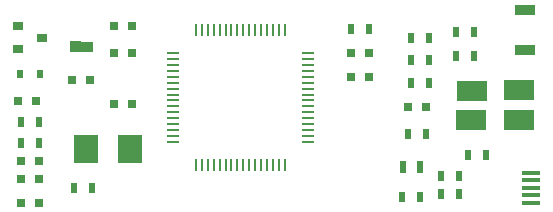
<source format=gbr>
G04 #@! TF.FileFunction,Paste,Top*
%FSLAX46Y46*%
G04 Gerber Fmt 4.6, Leading zero omitted, Abs format (unit mm)*
G04 Created by KiCad (PCBNEW 4.0.6) date 07/20/17 15:58:59*
%MOMM*%
%LPD*%
G01*
G04 APERTURE LIST*
%ADD10C,0.100000*%
%ADD11R,0.800000X0.750000*%
%ADD12R,0.600000X0.800000*%
%ADD13R,0.500000X0.900000*%
%ADD14R,1.000000X0.250000*%
%ADD15R,0.250000X1.000000*%
%ADD16R,0.900000X0.800000*%
%ADD17R,1.700000X0.900000*%
%ADD18R,2.500000X1.700000*%
%ADD19R,1.000000X0.900000*%
%ADD20R,2.000000X2.400000*%
%ADD21R,0.600000X1.100000*%
%ADD22R,1.500000X0.450000*%
G04 APERTURE END LIST*
D10*
D11*
X184416000Y-83312000D03*
X185916000Y-83312000D03*
X179590000Y-80772000D03*
X181090000Y-80772000D03*
X151650000Y-89408000D03*
X153150000Y-89408000D03*
X151650000Y-87884000D03*
X153150000Y-87884000D03*
X159524000Y-78740000D03*
X161024000Y-78740000D03*
X159524000Y-76454000D03*
X161024000Y-76454000D03*
X155968000Y-81026000D03*
X157468000Y-81026000D03*
X179590000Y-78740000D03*
X181090000Y-78740000D03*
X159524000Y-83058000D03*
X161024000Y-83058000D03*
D12*
X151550000Y-80518000D03*
X153250000Y-80518000D03*
D13*
X157595000Y-90170000D03*
X156095000Y-90170000D03*
X184670000Y-81280000D03*
X186170000Y-81280000D03*
X151650000Y-86360000D03*
X153150000Y-86360000D03*
X190996000Y-87376000D03*
X189496000Y-87376000D03*
X184416000Y-85598000D03*
X185916000Y-85598000D03*
X187210000Y-90678000D03*
X188710000Y-90678000D03*
X151650000Y-84582000D03*
X153150000Y-84582000D03*
X184670000Y-79375000D03*
X186170000Y-79375000D03*
X188480000Y-78994000D03*
X189980000Y-78994000D03*
X188480000Y-76962000D03*
X189980000Y-76962000D03*
X179590000Y-76708000D03*
X181090000Y-76708000D03*
X184670000Y-77470000D03*
X186170000Y-77470000D03*
D14*
X164480000Y-78800000D03*
X164480000Y-79300000D03*
X164480000Y-79800000D03*
X164480000Y-80300000D03*
X164480000Y-80800000D03*
X164480000Y-81300000D03*
X164480000Y-81800000D03*
X164480000Y-82300000D03*
X164480000Y-82800000D03*
X164480000Y-83300000D03*
X164480000Y-83800000D03*
X164480000Y-84300000D03*
X164480000Y-84800000D03*
X164480000Y-85300000D03*
X164480000Y-85800000D03*
X164480000Y-86300000D03*
D15*
X166430000Y-88250000D03*
X166930000Y-88250000D03*
X167430000Y-88250000D03*
X167930000Y-88250000D03*
X168430000Y-88250000D03*
X168930000Y-88250000D03*
X169430000Y-88250000D03*
X169930000Y-88250000D03*
X170430000Y-88250000D03*
X170930000Y-88250000D03*
X171430000Y-88250000D03*
X171930000Y-88250000D03*
X172430000Y-88250000D03*
X172930000Y-88250000D03*
X173430000Y-88250000D03*
X173930000Y-88250000D03*
D14*
X175880000Y-86300000D03*
X175880000Y-85800000D03*
X175880000Y-85300000D03*
X175880000Y-84800000D03*
X175880000Y-84300000D03*
X175880000Y-83800000D03*
X175880000Y-83300000D03*
X175880000Y-82800000D03*
X175880000Y-82300000D03*
X175880000Y-81800000D03*
X175880000Y-81300000D03*
X175880000Y-80800000D03*
X175880000Y-80300000D03*
X175880000Y-79800000D03*
X175880000Y-79300000D03*
X175880000Y-78800000D03*
D15*
X173930000Y-76850000D03*
X173430000Y-76850000D03*
X172930000Y-76850000D03*
X172430000Y-76850000D03*
X171930000Y-76850000D03*
X171430000Y-76850000D03*
X170930000Y-76850000D03*
X170430000Y-76850000D03*
X169930000Y-76850000D03*
X169430000Y-76850000D03*
X168930000Y-76850000D03*
X168430000Y-76850000D03*
X167930000Y-76850000D03*
X167430000Y-76850000D03*
X166930000Y-76850000D03*
X166430000Y-76850000D03*
D16*
X151400000Y-76520000D03*
X151400000Y-78420000D03*
X153400000Y-77470000D03*
D17*
X194310000Y-78535000D03*
X194310000Y-75135000D03*
D18*
X193802000Y-84455000D03*
X193802000Y-81915000D03*
X189738000Y-84455000D03*
X189770000Y-81985000D03*
D10*
G36*
X155760000Y-78682000D02*
X155760000Y-77782000D01*
X156660000Y-77782000D01*
X156660000Y-78682000D01*
X155760000Y-78682000D01*
X155760000Y-78682000D01*
G37*
D19*
X157226000Y-78232000D03*
D11*
X153150000Y-91440000D03*
X151650000Y-91440000D03*
X151396000Y-82804000D03*
X152896000Y-82804000D03*
D13*
X188710000Y-89154000D03*
X187210000Y-89154000D03*
D20*
X157154000Y-86868000D03*
X160854000Y-86868000D03*
D21*
X183958000Y-88392000D03*
X185358000Y-88392000D03*
D13*
X183908000Y-90932000D03*
X185408000Y-90932000D03*
D22*
X194818000Y-90170000D03*
X194818000Y-89535000D03*
X194818000Y-90805000D03*
X194818000Y-88900000D03*
X194818000Y-91440000D03*
M02*

</source>
